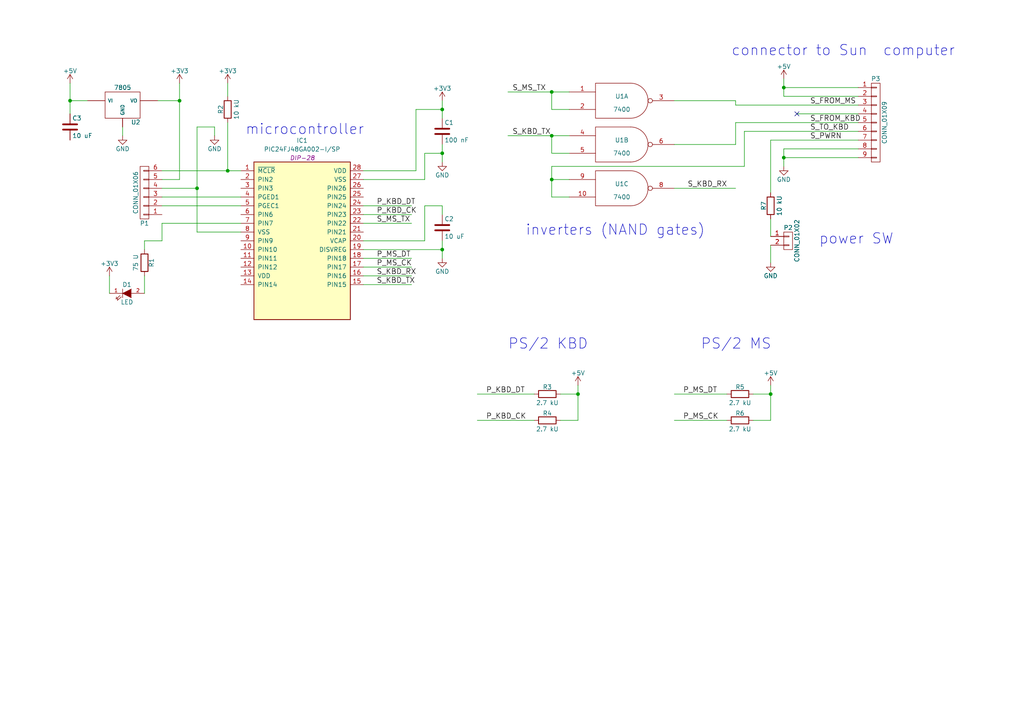
<source format=kicad_sch>
(kicad_sch (version 20211123) (generator eeschema)
  (paper "A4")
  (lib_symbols
    (symbol "pic24fj48ga002:PIC24FJ48GA002-I{slash}SP" (pin_names (offset 1.016))
      (property "Reference" "IC" (at -13.97 24.13 0))
      (property "Value" "PIC24FJ48GA002-I{slash}SP" (at 5.08 24.13 0))
      (property "Footprint" "DIP-28" (at 0 0 0))
      (symbol "PIC24FJ48GA002-I{slash}SP_0_1"
        (rectangle (start -13.97 22.86) (end 13.97 -22.86) (stroke (width 0.254)) (fill (type background)))
      )
      (symbol "PIC24FJ48GA002-I{slash}SP_1_1"
        (pin input line (at -17.78 20.32 0) (length 3.81) (name "~{MCLR}") (number "1"))
        (pin input line (at -17.78 -2.54 0) (length 3.81) (name "PIN10") (number "10"))
        (pin power_in line (at -17.78 -5.08 0) (length 3.81) (name "PIN11") (number "11"))
        (pin input line (at -17.78 -7.62 0) (length 3.81) (name "PIN12") (number "12"))
        (pin input line (at -17.78 -10.16 0) (length 3.81) (name "VDD") (number "13"))
        (pin input line (at -17.78 -12.7 0) (length 3.81) (name "PIN14") (number "14"))
        (pin power_in line (at 17.78 -12.7 180) (length 3.81) (name "PIN15") (number "15"))
        (pin output line (at 17.78 -10.16 180) (length 3.81) (name "PIN16") (number "16"))
        (pin output line (at 17.78 -7.62 180) (length 3.81) (name "PIN17") (number "17"))
        (pin power_in line (at 17.78 -5.08 180) (length 3.81) (name "PIN18") (number "18"))
        (pin power_in line (at 17.78 -2.54 180) (length 3.81) (name "DISVREG") (number "19"))
        (pin power_in line (at -17.78 17.78 0) (length 3.81) (name "PIN2") (number "2"))
        (pin power_in line (at 17.78 0 180) (length 3.81) (name "VCAP") (number "20"))
        (pin power_in line (at 17.78 2.54 180) (length 3.81) (name "PIN21") (number "21"))
        (pin power_in line (at 17.78 5.08 180) (length 3.81) (name "PIN22") (number "22"))
        (pin input line (at 17.78 7.62 180) (length 3.81) (name "PIN23") (number "23"))
        (pin input line (at 17.78 10.16 180) (length 3.81) (name "PIN24") (number "24"))
        (pin power_in line (at 17.78 12.7 180) (length 3.81) (name "PIN25") (number "25"))
        (pin output line (at 17.78 15.24 180) (length 3.81) (name "PIN26") (number "26"))
        (pin output line (at 17.78 17.78 180) (length 3.81) (name "VSS") (number "27"))
        (pin power_in line (at 17.78 20.32 180) (length 3.81) (name "VDD") (number "28"))
        (pin output line (at -17.78 15.24 0) (length 3.81) (name "PIN3") (number "3"))
        (pin output line (at -17.78 12.7 0) (length 3.81) (name "PGED1") (number "4"))
        (pin output line (at -17.78 10.16 0) (length 3.81) (name "PGEC1") (number "5"))
        (pin output line (at -17.78 7.62 0) (length 3.81) (name "PIN6") (number "6"))
        (pin input line (at -17.78 5.08 0) (length 3.81) (name "PIN7") (number "7"))
        (pin input line (at -17.78 2.54 0) (length 3.81) (name "VSS") (number "8"))
        (pin input line (at -17.78 0 0) (length 3.81) (name "PIN9") (number "9"))
      )
    )
    (symbol "sunps2-rescue:+3.3V" (power) (pin_names (offset 0))
      (property "Value" "+3.3V" (at 0 3.556 0))
      (symbol "+3.3V_0_1"
        (polyline (pts (xy -0.762 1.27) (xy 0 2.54)))
        (polyline (pts (xy 0 0) (xy 0 2.54)))
        (polyline (pts (xy 0 2.54) (xy 0.762 1.27)))
      )
      (symbol "+3.3V_1_1"
        (pin power_in line (at 0 0 90) (length 0) hide (name "+3V3") (number "1"))
      )
    )
    (symbol "sunps2-rescue:+5V" (power) (pin_names (offset 0))
      (property "Value" "+5V" (at 0 3.556 0))
      (symbol "+5V_0_1"
        (polyline (pts (xy -0.762 1.27) (xy 0 2.54)))
        (polyline (pts (xy 0 0) (xy 0 2.54)))
        (polyline (pts (xy 0 2.54) (xy 0.762 1.27)))
      )
      (symbol "+5V_1_1"
        (pin power_in line (at 0 0 90) (length 0) hide (name "+5V") (number "1"))
      )
    )
    (symbol "sunps2-rescue:7400" (pin_names (offset 0.762))
      (property "Reference" "U" (at 0 1.27 0))
      (property "Value" "7400" (at 0 -2.54 0))
      (symbol "7400_0_0"
        (pin power_in line (at -5.08 5.08 270) (length 0) hide (name "VCC") (number "14"))
        (pin power_in line (at -5.08 -5.08 90) (length 0) hide (name "GND") (number "7"))
      )
      (symbol "7400_0_1"
        (polyline (pts (xy 2.54 5.08) (xy -7.62 5.08) (xy -7.62 -5.08) (xy 2.54 -5.08)))
        (arc (start 2.54 -5.08) (mid 7.62 0) (end 2.54 5.08))
      )
      (symbol "7400_0_2"
        (arc (start -7.62 -5.08) (mid -5.2253 0) (end -7.62 5.08))
        (arc (start 0 -5.08) (mid 4.5382 -3.6323) (end 7.62 0))
        (polyline (pts (xy -7.62 -5.08) (xy 0 -5.08)))
        (polyline (pts (xy -7.62 5.08) (xy 0 5.08)))
        (arc (start 7.62 0) (mid 4.5325 3.6238) (end 0 5.08))
      )
      (symbol "7400_1_1"
        (pin input line (at -15.24 2.54 0) (length 7.62) (name "~") (number "1"))
        (pin input line (at -15.24 -2.54 0) (length 7.62) (name "~") (number "2"))
        (pin output inverted (at 15.24 0 180) (length 7.62) (name "~") (number "3"))
      )
      (symbol "7400_1_2"
        (pin input inverted (at -15.24 2.54 0) (length 9.398) (name "~") (number "1"))
        (pin input inverted (at -15.24 -2.54 0) (length 9.398) (name "~") (number "2"))
        (pin output line (at 15.24 0 180) (length 7.62) (name "~") (number "3"))
      )
      (symbol "7400_2_1"
        (pin input line (at -15.24 2.54 0) (length 7.62) (name "~") (number "4"))
        (pin input line (at -15.24 -2.54 0) (length 7.62) (name "~") (number "5"))
        (pin output inverted (at 15.24 0 180) (length 7.62) (name "~") (number "6"))
      )
      (symbol "7400_2_2"
        (pin input inverted (at -15.24 2.54 0) (length 9.398) (name "~") (number "4"))
        (pin input inverted (at -15.24 -2.54 0) (length 9.398) (name "~") (number "5"))
        (pin output line (at 15.24 0 180) (length 7.62) (name "~") (number "6"))
      )
      (symbol "7400_3_1"
        (pin input line (at -15.24 -2.54 0) (length 7.62) (name "~") (number "10"))
        (pin output inverted (at 15.24 0 180) (length 7.62) (name "~") (number "8"))
        (pin input line (at -15.24 2.54 0) (length 7.62) (name "~") (number "9"))
      )
      (symbol "7400_3_2"
        (pin input inverted (at -15.24 -2.54 0) (length 9.398) (name "~") (number "10"))
        (pin output line (at 15.24 0 180) (length 7.62) (name "~") (number "8"))
        (pin input inverted (at -15.24 2.54 0) (length 9.398) (name "~") (number "9"))
      )
      (symbol "7400_4_1"
        (pin output inverted (at 15.24 0 180) (length 7.62) (name "~") (number "11"))
        (pin input line (at -15.24 2.54 0) (length 7.62) (name "~") (number "12"))
        (pin input line (at -15.24 -2.54 0) (length 7.62) (name "~") (number "13"))
      )
      (symbol "7400_4_2"
        (pin output line (at 15.24 0 180) (length 7.62) (name "~") (number "11"))
        (pin input inverted (at -15.24 2.54 0) (length 9.398) (name "~") (number "12"))
        (pin input inverted (at -15.24 -2.54 0) (length 9.398) (name "~") (number "13"))
      )
    )
    (symbol "sunps2-rescue:7805" (pin_numbers hide) (pin_names (offset 0.762))
      (property "Reference" "U" (at 3.81 -4.9784 0))
      (property "Value" "7805" (at 0 5.08 0))
      (symbol "7805_0_1"
        (rectangle (start -5.08 -3.81) (end 5.08 3.81))
      )
      (symbol "7805_1_1"
        (pin input line (at 0 -6.35 90) (length 2.54) (name "GND") (number "GND"))
        (pin input line (at -10.16 1.27 0) (length 5.08) (name "VI") (number "VI"))
        (pin power_out line (at 10.16 1.27 180) (length 5.08) (name "VO") (number "VO"))
      )
    )
    (symbol "sunps2-rescue:C" (pin_numbers hide) (pin_names (offset 0.254))
      (property "Reference" "C" (at 0.635 2.54 0))
      (property "Value" "C" (at 0.635 -2.54 0))
      (symbol "C_0_1"
        (polyline (pts (xy -2.032 -0.762) (xy 2.032 -0.762)) (stroke (width 0.508)))
        (polyline (pts (xy -2.032 0.762) (xy 2.032 0.762)) (stroke (width 0.508)))
      )
      (symbol "C_1_1"
        (pin passive line (at 0 3.81 270) (length 2.794) (name "~") (number "1"))
        (pin passive line (at 0 -3.81 90) (length 2.794) (name "~") (number "2"))
      )
    )
    (symbol "sunps2-rescue:CONN_01X02" (pin_names (offset 1.016) hide)
      (property "Reference" "P" (at 0 3.81 0))
      (property "Value" "CONN_01X02" (at 2.54 0 90))
      (symbol "CONN_01X02_0_1"
        (rectangle (start -1.27 -1.143) (end 0.254 -1.397))
        (rectangle (start -1.27 1.397) (end 0.254 1.143))
        (rectangle (start -1.27 2.54) (end 1.27 -2.54))
      )
      (symbol "CONN_01X02_1_1"
        (pin passive line (at -5.08 1.27 0) (length 3.81) (name "P1") (number "1"))
        (pin passive line (at -5.08 -1.27 0) (length 3.81) (name "P2") (number "2"))
      )
    )
    (symbol "sunps2-rescue:CONN_01X06" (pin_names (offset 1.016) hide)
      (property "Reference" "P" (at 0 8.89 0))
      (property "Value" "CONN_01X06" (at 2.54 0 90))
      (symbol "CONN_01X06_0_1"
        (rectangle (start -1.27 -6.223) (end 0.254 -6.477))
        (rectangle (start -1.27 -3.683) (end 0.254 -3.937))
        (rectangle (start -1.27 -1.143) (end 0.254 -1.397))
        (rectangle (start -1.27 1.397) (end 0.254 1.143))
        (rectangle (start -1.27 3.937) (end 0.254 3.683))
        (rectangle (start -1.27 6.477) (end 0.254 6.223))
        (rectangle (start -1.27 7.62) (end 1.27 -7.62))
      )
      (symbol "CONN_01X06_1_1"
        (pin passive line (at -5.08 6.35 0) (length 3.81) (name "P1") (number "1"))
        (pin passive line (at -5.08 3.81 0) (length 3.81) (name "P2") (number "2"))
        (pin passive line (at -5.08 1.27 0) (length 3.81) (name "P3") (number "3"))
        (pin passive line (at -5.08 -1.27 0) (length 3.81) (name "P4") (number "4"))
        (pin passive line (at -5.08 -3.81 0) (length 3.81) (name "P5") (number "5"))
        (pin passive line (at -5.08 -6.35 0) (length 3.81) (name "P6") (number "6"))
      )
    )
    (symbol "sunps2-rescue:CONN_01X09" (pin_names (offset 1.016) hide)
      (property "Reference" "P" (at 0 12.7 0))
      (property "Value" "CONN_01X09" (at 2.54 0 90))
      (symbol "CONN_01X09_0_1"
        (rectangle (start -1.27 -10.033) (end 0.254 -10.287))
        (rectangle (start -1.27 -7.493) (end 0.254 -7.747))
        (rectangle (start -1.27 -4.953) (end 0.254 -5.207))
        (rectangle (start -1.27 -2.413) (end 0.254 -2.667))
        (rectangle (start -1.27 0.127) (end 0.254 -0.127))
        (rectangle (start -1.27 2.667) (end 0.254 2.413))
        (rectangle (start -1.27 5.207) (end 0.254 4.953))
        (rectangle (start -1.27 7.747) (end 0.254 7.493))
        (rectangle (start -1.27 10.287) (end 0.254 10.033))
        (rectangle (start -1.27 11.43) (end 1.27 -11.43))
      )
      (symbol "CONN_01X09_1_1"
        (pin passive line (at -5.08 10.16 0) (length 3.81) (name "P1") (number "1"))
        (pin passive line (at -5.08 7.62 0) (length 3.81) (name "P2") (number "2"))
        (pin passive line (at -5.08 5.08 0) (length 3.81) (name "P3") (number "3"))
        (pin passive line (at -5.08 2.54 0) (length 3.81) (name "P4") (number "4"))
        (pin passive line (at -5.08 0 0) (length 3.81) (name "P5") (number "5"))
        (pin passive line (at -5.08 -2.54 0) (length 3.81) (name "P6") (number "6"))
        (pin passive line (at -5.08 -5.08 0) (length 3.81) (name "P7") (number "7"))
        (pin passive line (at -5.08 -7.62 0) (length 3.81) (name "P8") (number "8"))
        (pin passive line (at -5.08 -10.16 0) (length 3.81) (name "P9") (number "9"))
      )
    )
    (symbol "sunps2-rescue:GND" (power) (pin_names (offset 0))
      (property "Value" "GND" (at 0 -3.81 0))
      (symbol "GND_0_1"
        (polyline (pts (xy 0 0) (xy 0 -1.27) (xy 1.27 -1.27) (xy 0 -2.54) (xy -1.27 -1.27) (xy 0 -1.27)))
      )
      (symbol "GND_1_1"
        (pin power_in line (at 0 0 270) (length 0) hide (name "GND") (number "1"))
      )
    )
    (symbol "sunps2-rescue:LED" (pin_names (offset 1.016) hide)
      (property "Reference" "D" (at 0 2.54 0))
      (property "Value" "LED" (at 0 -2.54 0))
      (symbol "LED_0_1"
        (polyline (pts (xy -1.27 1.27) (xy -1.27 -1.27)))
        (polyline (pts (xy -2.032 -0.635) (xy -3.175 -1.651) (xy -3.048 -1.016)))
        (polyline (pts (xy -1.651 -1.016) (xy -2.794 -2.032) (xy -2.667 -1.397)))
        (polyline (pts (xy 1.27 1.27) (xy -1.27 0) (xy 1.27 -1.27)) (fill (type outline)))
      )
      (symbol "LED_1_1"
        (pin passive line (at -5.08 0 0) (length 3.81) (name "K") (number "1"))
        (pin passive line (at 5.08 0 180) (length 3.81) (name "A") (number "2"))
      )
    )
    (symbol "sunps2-rescue:R" (pin_numbers hide) (pin_names (offset 0))
      (property "Reference" "R" (at 2.032 0 90))
      (property "Value" "R" (at 0 0 90))
      (symbol "R_0_1"
        (rectangle (start -1.016 -2.54) (end 1.016 2.54) (stroke (width 0.254)))
      )
      (symbol "R_1_1"
        (pin passive line (at 0 3.81 270) (length 1.27) (name "~") (number "1"))
        (pin passive line (at 0 -3.81 90) (length 1.27) (name "~") (number "2"))
      )
    )
  )
  (junction (at 128.27 44.45))
  (junction (at 20.32 29.21))
  (junction (at 160.02 39.37))
  (junction (at 128.27 31.75))
  (junction (at 223.52 114.3))
  (junction (at 128.27 72.39))
  (junction (at 167.64 114.3))
  (junction (at 66.04 49.53))
  (junction (at 52.07 29.21))
  (junction (at 160.02 52.07))
  (junction (at 57.15 54.61))
  (junction (at 227.33 25.4))
  (junction (at 227.33 45.72))
  (junction (at 160.02 26.67))
  (no_connect (at 231.14 33.02))
  (wire (pts (xy 223.52 40.64) (xy 248.92 40.64)))
  (wire (pts (xy 195.58 41.91) (xy 213.36 41.91)))
  (wire (pts (xy 215.9 48.26) (xy 160.02 48.26)))
  (wire (pts (xy 160.02 39.37) (xy 160.02 44.45)))
  (wire (pts (xy 69.85 64.77) (xy 46.99 64.77)))
  (wire (pts (xy 120.65 49.53) (xy 120.65 31.75)))
  (wire (pts (xy 41.91 69.85) (xy 41.91 72.39)))
  (wire (pts (xy 213.36 30.48) (xy 248.92 30.48)))
  (wire (pts (xy 213.36 54.61) (xy 195.58 54.61)))
  (wire (pts (xy 20.32 24.13) (xy 20.32 29.21)))
  (wire (pts (xy 213.36 41.91) (xy 213.36 35.56)))
  (wire (pts (xy 223.52 63.5) (xy 223.52 68.58)))
  (wire (pts (xy 62.23 36.83) (xy 57.15 36.83)))
  (wire (pts (xy 57.15 54.61) (xy 57.15 67.31)))
  (wire (pts (xy 46.99 64.77) (xy 46.99 69.85)))
  (wire (pts (xy 138.43 114.3) (xy 154.94 114.3)))
  (wire (pts (xy 160.02 31.75) (xy 165.1 31.75)))
  (wire (pts (xy 105.41 69.85) (xy 123.19 69.85)))
  (wire (pts (xy 160.02 26.67) (xy 160.02 31.75)))
  (wire (pts (xy 227.33 25.4) (xy 227.33 27.94)))
  (wire (pts (xy 128.27 46.99) (xy 128.27 44.45)))
  (wire (pts (xy 215.9 38.1) (xy 215.9 48.26)))
  (wire (pts (xy 123.19 52.07) (xy 123.19 44.45)))
  (wire (pts (xy 215.9 38.1) (xy 248.92 38.1)))
  (wire (pts (xy 105.41 77.47) (xy 119.38 77.47)))
  (wire (pts (xy 57.15 54.61) (xy 46.99 54.61)))
  (wire (pts (xy 223.52 114.3) (xy 223.52 121.92)))
  (wire (pts (xy 167.64 121.92) (xy 162.56 121.92)))
  (wire (pts (xy 218.44 114.3) (xy 223.52 114.3)))
  (wire (pts (xy 223.52 40.64) (xy 223.52 55.88)))
  (wire (pts (xy 128.27 44.45) (xy 128.27 41.91)))
  (wire (pts (xy 160.02 57.15) (xy 165.1 57.15)))
  (wire (pts (xy 147.32 26.67) (xy 160.02 26.67)))
  (wire (pts (xy 213.36 29.21) (xy 213.36 30.48)))
  (wire (pts (xy 160.02 52.07) (xy 165.1 52.07)))
  (wire (pts (xy 35.56 39.37) (xy 35.56 36.83)))
  (wire (pts (xy 223.52 121.92) (xy 218.44 121.92)))
  (wire (pts (xy 45.72 29.21) (xy 52.07 29.21)))
  (wire (pts (xy 31.75 85.09) (xy 31.75 80.01)))
  (wire (pts (xy 128.27 72.39) (xy 128.27 69.85)))
  (wire (pts (xy 20.32 29.21) (xy 20.32 33.02)))
  (wire (pts (xy 167.64 114.3) (xy 167.64 121.92)))
  (wire (pts (xy 57.15 36.83) (xy 57.15 54.61)))
  (wire (pts (xy 105.41 49.53) (xy 120.65 49.53)))
  (wire (pts (xy 227.33 45.72) (xy 248.92 45.72)))
  (wire (pts (xy 105.41 52.07) (xy 123.19 52.07)))
  (wire (pts (xy 105.41 82.55) (xy 119.38 82.55)))
  (wire (pts (xy 46.99 49.53) (xy 66.04 49.53)))
  (wire (pts (xy 227.33 27.94) (xy 248.92 27.94)))
  (wire (pts (xy 160.02 44.45) (xy 165.1 44.45)))
  (wire (pts (xy 138.43 121.92) (xy 154.94 121.92)))
  (wire (pts (xy 52.07 24.13) (xy 52.07 29.21)))
  (wire (pts (xy 120.65 31.75) (xy 128.27 31.75)))
  (wire (pts (xy 105.41 80.01) (xy 119.38 80.01)))
  (wire (pts (xy 160.02 26.67) (xy 165.1 26.67)))
  (wire (pts (xy 66.04 49.53) (xy 69.85 49.53)))
  (wire (pts (xy 195.58 29.21) (xy 213.36 29.21)))
  (wire (pts (xy 160.02 48.26) (xy 160.02 52.07)))
  (wire (pts (xy 105.41 74.93) (xy 119.38 74.93)))
  (wire (pts (xy 147.32 39.37) (xy 160.02 39.37)))
  (wire (pts (xy 128.27 59.69) (xy 128.27 62.23)))
  (wire (pts (xy 227.33 22.86) (xy 227.33 25.4)))
  (wire (pts (xy 46.99 69.85) (xy 41.91 69.85)))
  (wire (pts (xy 162.56 114.3) (xy 167.64 114.3)))
  (wire (pts (xy 128.27 34.29) (xy 128.27 31.75)))
  (wire (pts (xy 231.14 33.02) (xy 248.92 33.02)))
  (wire (pts (xy 128.27 31.75) (xy 128.27 29.21)))
  (wire (pts (xy 105.41 64.77) (xy 119.38 64.77)))
  (wire (pts (xy 213.36 35.56) (xy 248.92 35.56)))
  (wire (pts (xy 227.33 43.18) (xy 227.33 45.72)))
  (wire (pts (xy 62.23 39.37) (xy 62.23 36.83)))
  (wire (pts (xy 227.33 45.72) (xy 227.33 48.26)))
  (wire (pts (xy 52.07 52.07) (xy 46.99 52.07)))
  (wire (pts (xy 223.52 71.12) (xy 223.52 76.2)))
  (wire (pts (xy 46.99 59.69) (xy 69.85 59.69)))
  (wire (pts (xy 195.58 114.3) (xy 210.82 114.3)))
  (wire (pts (xy 195.58 121.92) (xy 210.82 121.92)))
  (wire (pts (xy 128.27 72.39) (xy 105.41 72.39)))
  (wire (pts (xy 227.33 25.4) (xy 248.92 25.4)))
  (wire (pts (xy 20.32 29.21) (xy 25.4 29.21)))
  (wire (pts (xy 123.19 59.69) (xy 128.27 59.69)))
  (wire (pts (xy 227.33 43.18) (xy 248.92 43.18)))
  (wire (pts (xy 52.07 29.21) (xy 52.07 52.07)))
  (wire (pts (xy 223.52 111.76) (xy 223.52 114.3)))
  (wire (pts (xy 46.99 57.15) (xy 69.85 57.15)))
  (wire (pts (xy 128.27 74.93) (xy 128.27 72.39)))
  (wire (pts (xy 66.04 35.56) (xy 66.04 49.53)))
  (wire (pts (xy 41.91 85.09) (xy 41.91 80.01)))
  (wire (pts (xy 123.19 44.45) (xy 128.27 44.45)))
  (wire (pts (xy 66.04 24.13) (xy 66.04 27.94)))
  (wire (pts (xy 123.19 69.85) (xy 123.19 59.69)))
  (wire (pts (xy 167.64 111.76) (xy 167.64 114.3)))
  (wire (pts (xy 57.15 67.31) (xy 69.85 67.31)))
  (wire (pts (xy 105.41 59.69) (xy 119.38 59.69)))
  (wire (pts (xy 160.02 39.37) (xy 165.1 39.37)))
  (wire (pts (xy 105.41 62.23) (xy 119.38 62.23)))
  (wire (pts (xy 160.02 52.07) (xy 160.02 57.15)))
  (text "PS/2 KBD" (at 147.32 101.6 0) (effects (font (size 2.9972 2.9972)) (justify left bottom)))
  (text "PS/2 MS" (at 203.2 101.6 0) (effects (font (size 2.9972 2.9972)) (justify left bottom)))
  (text "connector to Sun  computer" (at 212.09 16.51 0) (effects (font (size 2.9972 2.9972)) (justify left bottom)))
  (text "inverters (NAND gates)" (at 152.4 68.58 0) (effects (font (size 2.9972 2.9972)) (justify left bottom)))
  (text "power SW" (at 237.49 71.12 0) (effects (font (size 2.9972 2.9972)) (justify left bottom)))
  (text "microcontroller" (at 71.12 39.37 0) (effects (font (size 2.9972 2.9972)) (justify left bottom)))
  (label "P_KBD_CK" (at 140.97 121.92 0) (effects (font (size 1.524 1.524))))
  (label "P_MS_DT" (at 109.22 74.93 0) (effects (font (size 1.524 1.524))))
  (label "S_FROM_MS" (at 234.95 30.48 0) (effects (font (size 1.524 1.524))))
  (label "S_KBD_TX" (at 109.22 82.55 0) (effects (font (size 1.524 1.524))))
  (label "P_MS_CK" (at 109.22 77.47 0) (effects (font (size 1.524 1.524))))
  (label "P_MS_CK" (at 198.12 121.92 0) (effects (font (size 1.524 1.524))))
  (label "S_PWRN" (at 234.95 40.64 0) (effects (font (size 1.524 1.524))))
  (label "S_FROM_KBD" (at 234.95 35.56 0) (effects (font (size 1.524 1.524))))
  (label "S_MS_TX" (at 109.22 64.77 0) (effects (font (size 1.524 1.524))))
  (label "S_MS_TX" (at 148.59 26.67 0) (effects (font (size 1.524 1.524))))
  (label "P_KBD_CK" (at 109.22 62.23 0) (effects (font (size 1.524 1.524))))
  (label "P_KBD_DT" (at 140.97 114.3 0) (effects (font (size 1.524 1.524))))
  (label "P_KBD_DT" (at 109.22 59.69 0) (effects (font (size 1.524 1.524))))
  (label "S_TO_KBD" (at 234.95 38.1 0) (effects (font (size 1.524 1.524))))
  (label "P_MS_DT" (at 198.12 114.3 0) (effects (font (size 1.524 1.524))))
  (label "S_KBD_TX" (at 148.59 39.37 0) (effects (font (size 1.524 1.524))))
  (label "S_KBD_RX" (at 109.22 80.01 0) (effects (font (size 1.524 1.524))))
  (label "S_KBD_RX" (at 199.39 54.61 0) (effects (font (size 1.524 1.524))))
  (symbol (lib_id "sunps2-rescue:7400") (at 180.34 29.21 0) (unit 1)
    (property "Reference" "U1" (at 180.34 27.94 0))
    (property "Value" "7400" (at 180.34 31.75 0))
    (property "Footprint" "Housings_DIP:DIP-14_W7.62mm" (effects hide))
  )
  (symbol (lib_id "sunps2-rescue:CONN_01X06") (at 41.91 55.88 180) (unit 1)
    (property "Reference" "P1" (at 41.91 64.77 0))
    (property "Value" "CONN_01X06" (at 39.37 55.88 90))
    (property "Footprint" "Connect:PINHEAD1-6" (effects hide))
  )
  (symbol (lib_id "sunps2-rescue:GND") (at 62.23 39.37 0) (unit 1)
    (property "Reference" "#PWR01" (effects hide))
    (property "Value" "GND" (at 62.23 43.18 0))
  )
  (symbol (lib_id "sunps2-rescue:C") (at 128.27 38.1 0) (unit 1)
    (property "Reference" "C1" (at 128.905 35.56 0) (effects (justify left)))
    (property "Value" "100 nF" (at 128.905 40.64 0) (effects (justify left)))
    (property "Footprint" "Capacitors_ThroughHole:C_Disc_D6_P5" (effects hide))
  )
  (symbol (lib_id "sunps2-rescue:C") (at 128.27 66.04 0) (unit 1)
    (property "Reference" "C2" (at 128.905 63.5 0) (effects (justify left)))
    (property "Value" "10 uF" (at 128.905 68.58 0) (effects (justify left)))
    (property "Footprint" "Capacitors_ThroughHole:C_Disc_D6_P5" (effects hide))
  )
  (symbol (lib_id "sunps2-rescue:+3.3V") (at 52.07 24.13 0) (unit 1)
    (property "Reference" "#PWR02" (effects hide))
    (property "Value" "+3.3V" (at 52.07 20.574 0))
  )
  (symbol (lib_id "sunps2-rescue:GND") (at 128.27 46.99 0) (unit 1)
    (property "Reference" "#PWR03" (effects hide))
    (property "Value" "GND" (at 128.27 50.8 0))
  )
  (symbol (lib_id "sunps2-rescue:+3.3V") (at 128.27 29.21 0) (unit 1)
    (property "Reference" "#PWR04" (effects hide))
    (property "Value" "+3.3V" (at 128.27 25.654 0))
  )
  (symbol (lib_id "sunps2-rescue:GND") (at 128.27 74.93 0) (unit 1)
    (property "Reference" "#PWR05" (effects hide))
    (property "Value" "GND" (at 128.27 78.74 0))
  )
  (symbol (lib_id "sunps2-rescue:R") (at 41.91 76.2 0) (unit 1)
    (property "Reference" "R1" (at 43.942 76.2 90))
    (property "Value" "75 U" (at 39.37 76.2 90))
    (property "Footprint" "Resistors_ThroughHole:Resistor_Horizontal_RM7mm" (effects hide))
  )
  (symbol (lib_id "sunps2-rescue:LED") (at 36.83 85.09 0) (unit 1)
    (property "Reference" "D1" (at 36.83 82.55 0))
    (property "Value" "LED" (at 36.83 87.63 0))
    (property "Footprint" "LEDs:LED-3MM" (effects hide))
  )
  (symbol (lib_id "sunps2-rescue:+3.3V") (at 31.75 80.01 0) (unit 1)
    (property "Reference" "#PWR06" (effects hide))
    (property "Value" "+3.3V" (at 31.75 76.454 0))
  )
  (symbol (lib_id "sunps2-rescue:CONN_01X09") (at 254 35.56 0) (unit 1)
    (property "Reference" "P3" (at 254 22.86 0))
    (property "Value" "CONN_01X09" (at 256.54 35.56 90))
  )
  (symbol (lib_id "sunps2-rescue:GND") (at 227.33 48.26 0) (unit 1)
    (property "Reference" "#PWR014" (effects hide))
    (property "Value" "GND" (at 227.33 52.07 0))
  )
  (symbol (lib_id "sunps2-rescue:+5V") (at 227.33 22.86 0) (unit 1)
    (property "Reference" "#PWR013" (effects hide))
    (property "Value" "+5V" (at 227.33 19.304 0))
  )
  (symbol (lib_id "sunps2-rescue:7805") (at 35.56 30.48 0) (unit 1)
    (property "Reference" "U2" (at 39.37 35.4584 0))
    (property "Value" "7805" (at 35.56 25.4 0))
  )
  (symbol (lib_id "sunps2-rescue:C") (at 20.32 36.83 0) (unit 1)
    (property "Reference" "C3" (at 20.955 34.29 0) (effects (justify left)))
    (property "Value" "10 uF" (at 20.955 39.37 0) (effects (justify left)))
  )
  (symbol (lib_id "sunps2-rescue:+5V") (at 20.32 24.13 0) (unit 1)
    (property "Reference" "#PWR07" (effects hide))
    (property "Value" "+5V" (at 20.32 20.574 0))
  )
  (symbol (lib_id "sunps2-rescue:7400") (at 180.34 41.91 0) (unit 2)
    (property "Reference" "U1" (at 180.34 40.64 0))
    (property "Value" "7400" (at 180.34 44.45 0))
    (property "Footprint" "Housings_DIP:DIP-14_W7.62mm" (effects hide))
  )
  (symbol (lib_id "sunps2-rescue:7400") (at 180.34 54.61 0) (unit 3)
    (property "Reference" "U1" (at 180.34 53.34 0))
    (property "Value" "7400" (at 180.34 57.15 0))
    (property "Footprint" "Housings_DIP:DIP-14_W7.62mm" (effects hide))
  )
  (symbol (lib_id "sunps2-rescue:GND") (at 35.56 39.37 0) (unit 1)
    (property "Reference" "#PWR08" (effects hide))
    (property "Value" "GND" (at 35.56 43.18 0))
  )
  (symbol (lib_id "sunps2-rescue:R") (at 66.04 31.75 180) (unit 1)
    (property "Reference" "R2" (at 64.008 31.75 90))
    (property "Value" "10 kU" (at 68.58 31.75 90))
    (property "Footprint" "Resistors_ThroughHole:Resistor_Horizontal_RM7mm" (effects hide))
  )
  (symbol (lib_id "sunps2-rescue:+3.3V") (at 66.04 24.13 0) (unit 1)
    (property "Reference" "#PWR09" (effects hide))
    (property "Value" "+3.3V" (at 66.04 20.574 0))
  )
  (symbol (lib_id "sunps2-rescue:R") (at 223.52 59.69 180) (unit 1)
    (property "Reference" "R7" (at 221.488 59.69 90))
    (property "Value" "10 kU" (at 226.06 59.69 90))
    (property "Footprint" "Resistors_ThroughHole:Resistor_Horizontal_RM7mm" (effects hide))
  )
  (symbol (lib_id "sunps2-rescue:GND") (at 223.52 76.2 0) (unit 1)
    (property "Reference" "#PWR011" (effects hide))
    (property "Value" "GND" (at 223.52 80.01 0))
  )
  (symbol (lib_id "sunps2-rescue:CONN_01X02") (at 228.6 69.85 0) (unit 1)
    (property "Reference" "P2" (at 228.6 66.04 0))
    (property "Value" "CONN_01X02" (at 231.14 69.85 90))
  )
  (symbol (lib_id "sunps2-rescue:R") (at 158.75 114.3 90) (unit 1)
    (property "Reference" "R3" (at 158.75 112.268 90))
    (property "Value" "2.7 kU" (at 158.75 116.84 90))
    (property "Footprint" "Resistors_ThroughHole:Resistor_Horizontal_RM7mm" (effects hide))
  )
  (symbol (lib_id "sunps2-rescue:R") (at 158.75 121.92 90) (unit 1)
    (property "Reference" "R4" (at 158.75 119.888 90))
    (property "Value" "2.7 kU" (at 158.75 124.46 90))
    (property "Footprint" "Resistors_ThroughHole:Resistor_Horizontal_RM7mm" (effects hide))
  )
  (symbol (lib_id "sunps2-rescue:R") (at 214.63 114.3 90) (unit 1)
    (property "Reference" "R5" (at 214.63 112.268 90))
    (property "Value" "2.7 kU" (at 214.63 116.84 90))
    (property "Footprint" "Resistors_ThroughHole:Resistor_Horizontal_RM7mm" (effects hide))
  )
  (symbol (lib_id "sunps2-rescue:R") (at 214.63 121.92 90) (unit 1)
    (property "Reference" "R6" (at 214.63 119.888 90))
    (property "Value" "2.7 kU" (at 214.63 124.46 90))
    (property "Footprint" "Resistors_ThroughHole:Resistor_Horizontal_RM7mm" (effects hide))
  )
  (symbol (lib_id "sunps2-rescue:+5V") (at 167.64 111.76 0) (unit 1)
    (property "Reference" "#PWR010" (effects hide))
    (property "Value" "+5V" (at 167.64 108.204 0))
  )
  (symbol (lib_id "sunps2-rescue:+5V") (at 223.52 111.76 0) (unit 1)
    (property "Reference" "#PWR012" (effects hide))
    (property "Value" "+5V" (at 223.52 108.204 0))
  )
  (symbol (lib_id "pic24fj48ga002:PIC24FJ48GA002-I{slash}SP") (at 87.63 69.85 0) (unit 1)
    (property "Reference" "IC1" (at 87.63 40.7534 0))
    (property "Value" "PIC24FJ48GA002-I/SP" (at 87.63 43.2903 0))
    (property "Footprint" "DIP-28" (at 87.63 45.8272 0) (effects (font italic)))
  )
)
</source>
